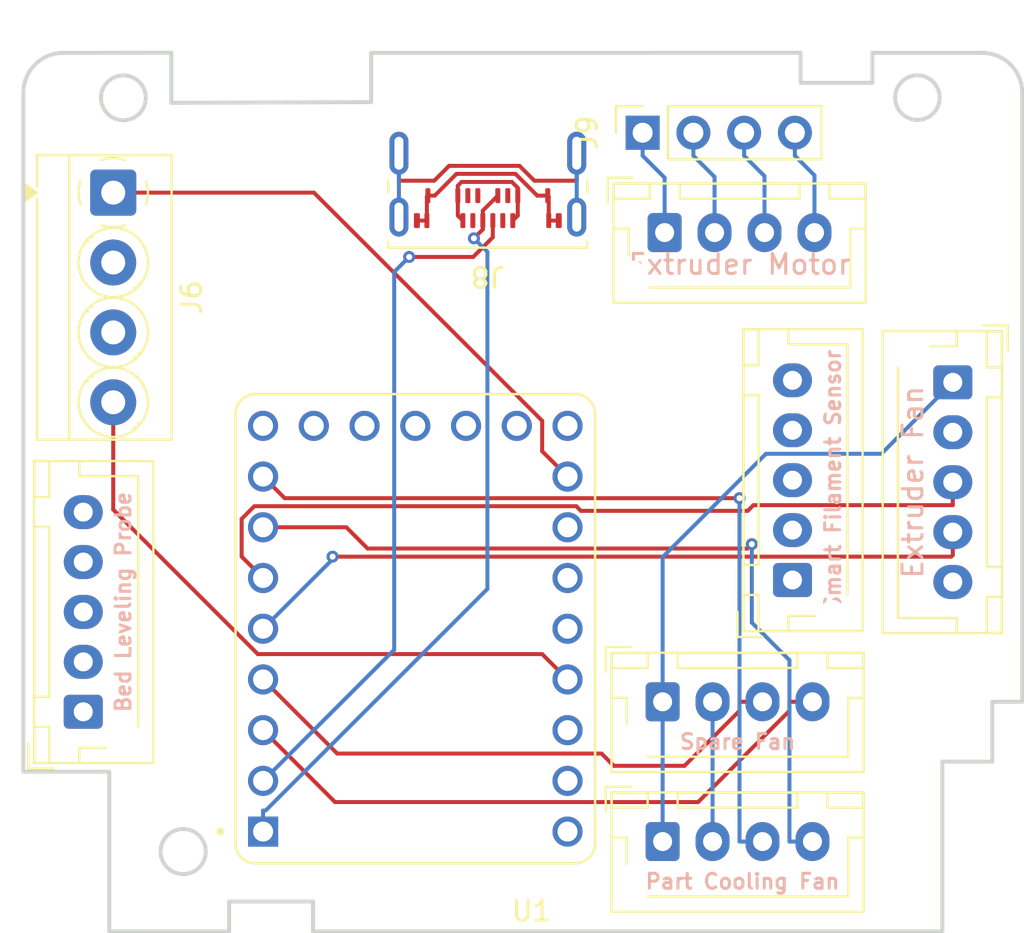
<source format=kicad_pcb>
(kicad_pcb (version 20241229) (generator "pcbnew") (generator_version "9.0")
  (layers (0 "F.Cu" signal) (2 "B.Cu" signal) (13 "F.Paste" user) (15 "B.Paste" user) (5 "F.SilkS" user "F.Silkscreen") (7 "B.SilkS" user "B.Silkscreen") (1 "F.Mask" user) (3 "B.Mask" user) (25 "Edge.Cuts" user))
  (net 0 "")
  (net 1 "/TH_IO/EXM_A1")
  (net 2 "/TH_IO/EXM_B2")
  (net 3 "/TH_IO/EXM_A2")
  (net 4 "/TH_IO/EXM_B1")
  (net 5 "/TH_IO/GND")
  (net 6 "/TH_IO/24V")
  (net 7 "/TH_IO/5V")
  (net 13 "/TH_IO/3V3")
  (net 14 "/TH_IO/HT_24V")
  (net 15 "Net-(U1-GP0)")
  (net 16 "Net-(U1-GP1)")
  (net 19 "Net-(J8-VBUS-PadA4)")
  (net 23 "Net-(J8-GND-PadA1)")
  (net 24 "unconnected-(J8-SHIELD-PadS1)")
  (net 31 "/TH_IO/SPF_TACH")
  (net 32 "/TH_IO/PCF_PWM")
  (net 33 "/TH_IO/SPF_PWM")
  (net 34 "/TH_IO/THM_SG")
  (net 35 "/TH_IO/HT_CT")
  (net 38 "/TH_IO/EXF_PWM")
  (net 39 "/TH_IO/SFS_OS")
  (net 41 "/TH_IO/EXF_TACH")
  (net 44 "/TH_IO/PCF_TACH")
  (net 50 "/TH_IO/SFS_MSS")
  (footprint "Connector_JST:JST_XH_B5B-XH-AM_1x05_P2.50mm_Vertical" (layer "F.Cu") (at 103.5 83.5 90)
    (property "Reference" "J5" (hide yes))
    (property "Value" "Bed Leveling Probe" (at 5.5 2 90) (layer "B.SilkS") (effects (font (size 0.75 0.75))))
    (fp_line (start -1.6 -2.75) (end -2.85 -2.75) (stroke (width 0.12)) (layer "F.SilkS"))
    (fp_line (start -2.85 -2.75) (end -2.85 -1.5) (stroke (width 0.12)) (layer "F.SilkS"))
    (fp_line (start 12.56 -2.46) (end -2.56 -2.46) (stroke (width 0.12)) (layer "F.SilkS"))
    (fp_line (start -2.56 -2.46) (end -2.56 3.51) (stroke (width 0.12)) (layer "F.SilkS"))
    (fp_line (start 12.55 -2.45) (end 10.75 -2.45) (stroke (width 0.12)) (layer "F.SilkS"))
    (fp_line (start 10.75 -2.45) (end 10.75 -1.7) (stroke (width 0.12)) (layer "F.SilkS"))
    (fp_line (start 9.25 -2.45) (end 0.75 -2.45) (stroke (width 0.12)) (layer "F.SilkS"))
    (fp_line (start 0.75 -2.45) (end 0.75 -1.7) (stroke (width 0.12)) (layer "F.SilkS"))
    (fp_line (start -0.75 -2.45) (end -2.55 -2.45) (stroke (width 0.12)) (layer "F.SilkS"))
    (fp_line (start -2.55 -2.45) (end -2.55 -1.7) (stroke (width 0.12)) (layer "F.SilkS"))
    (fp_line (start 12.55 -1.7) (end 12.55 -2.45) (stroke (width 0.12)) (layer "F.SilkS"))
    (fp_line (start 10.75 -1.7) (end 12.55 -1.7) (stroke (width 0.12)) (layer "F.SilkS"))
    (fp_line (start 9.25 -1.7) (end 9.25 -2.45) (stroke (width 0.12)) (layer "F.SilkS"))
    (fp_line (start 0.75 -1.7) (end 9.25 -1.7) (stroke (width 0.12)) (layer "F.SilkS"))
    (fp_line (start -0.75 -1.7) (end -0.75 -2.45) (stroke (width 0.12)) (layer "F.SilkS"))
    (fp_line (start -2.55 -1.7) (end -0.75 -1.7) (stroke (width 0.12)) (layer "F.SilkS"))
    (fp_line (start 12.55 -0.2) (end 11.8 -0.2) (stroke (width 0.12)) (layer "F.SilkS"))
    (fp_line (start 11.8 -0.2) (end 11.8 2.75) (stroke (width 0.12)) (layer "F.SilkS"))
    (fp_line (start -1.8 -0.2) (end -1.8 1.14) (stroke (width 0.12)) (layer "F.SilkS"))
    (fp_line (start -2.55 -0.2) (end -1.8 -0.2) (stroke (width 0.12)) (layer "F.SilkS"))
    (fp_line (start 11.8 2.75) (end 5 2.75) (stroke (width 0.12)) (layer "F.SilkS"))
    (fp_line (start 5 2.75) (end -0.74 2.75) (stroke (width 0.12)) (layer "F.SilkS"))
    (fp_line (start 12.56 3.51) (end 12.56 -2.46) (stroke (width 0.12)) (layer "F.SilkS"))
    (fp_line (start -2.56 3.51) (end 12.56 3.51) (stroke (width 0.12)) (layer "F.SilkS"))
    (pad "" np_thru_hole circle (at -1.6 2 90) (size 1.2 1.2) (drill 1.2) (layers "*.Cu" "*.Mask"))
    (pad "1" thru_hole roundrect (at 0 0 90) (size 1.7 1.95) (drill 0.95) (layers "*.Cu" "*.Mask") (roundrect_rratio 0.147059))
    (pad "2" thru_hole oval (at 2.5 0 90) (size 1.7 1.95) (drill 0.95) (layers "*.Cu" "*.Mask"))
    (pad "3" thru_hole oval (at 5 0 90) (size 1.7 1.95) (drill 0.95) (layers "*.Cu" "*.Mask"))
    (pad "4" thru_hole oval (at 7.5 0 90) (size 1.7 1.95) (drill 0.95) (layers "*.Cu" "*.Mask"))
    (pad "5" thru_hole oval (at 10 0 90) (size 1.7 1.95) (drill 0.95) (layers "*.Cu" "*.Mask"))
  )
  (footprint "Connector_JST:JST_XH_B4B-XH-AM_1x04_P2.50mm_Vertical" (layer "F.Cu") (at 132.6 59.5)
    (property "Reference" "J1" (hide yes))
    (property "Value" "Extruder Motor" (at 3.75 1.592537 0) (layer "B.SilkS"))
    (fp_line (start -2.85 -2.75) (end -2.85 -1.5) (stroke (width 0.12)) (layer "F.SilkS"))
    (fp_line (start -2.56 -2.46) (end -2.56 3.51) (stroke (width 0.12)) (layer "F.SilkS"))
    (fp_line (start -2.56 3.51) (end 10.06 3.51) (stroke (width 0.12)) (layer "F.SilkS"))
    (fp_line (start -2.55 -2.45) (end -2.55 -1.7) (stroke (width 0.12)) (layer "F.SilkS"))
    (fp_line (start -2.55 -1.7) (end -0.75 -1.7) (stroke (width 0.12)) (layer "F.SilkS"))
    (fp_line (start -2.55 -0.2) (end -1.8 -0.2) (stroke (width 0.12)) (layer "F.SilkS"))
    (fp_line (start -1.8 -0.2) (end -1.8 1.14) (stroke (width 0.12)) (layer "F.SilkS"))
    (fp_line (start -1.6 -2.75) (end -2.85 -2.75) (stroke (width 0.12)) (layer "F.SilkS"))
    (fp_line (start -0.75 -2.45) (end -2.55 -2.45) (stroke (width 0.12)) (layer "F.SilkS"))
    (fp_line (start -0.75 -1.7) (end -0.75 -2.45) (stroke (width 0.12)) (layer "F.SilkS"))
    (fp_line (start 0.75 -2.45) (end 0.75 -1.7) (stroke (width 0.12)) (layer "F.SilkS"))
    (fp_line (start 0.75 -1.7) (end 6.75 -1.7) (stroke (width 0.12)) (layer "F.SilkS"))
    (fp_line (start 3.75 2.75) (end -0.74 2.75) (stroke (width 0.12)) (layer "F.SilkS"))
    (fp_line (start 6.75 -2.45) (end 0.75 -2.45) (stroke (width 0.12)) (layer "F.SilkS"))
    (fp_line (start 6.75 -1.7) (end 6.75 -2.45) (stroke (width 0.12)) (layer "F.SilkS"))
    (fp_line (start 8.25 -2.45) (end 8.25 -1.7) (stroke (width 0.12)) (layer "F.SilkS"))
    (fp_line (start 8.25 -1.7) (end 10.05 -1.7) (stroke (width 0.12)) (layer "F.SilkS"))
    (fp_line (start 9.3 -0.2) (end 9.3 2.75) (stroke (width 0.12)) (layer "F.SilkS"))
    (fp_line (start 9.3 2.75) (end 3.75 2.75) (stroke (width 0.12)) (layer "F.SilkS"))
    (fp_line (start 10.05 -2.45) (end 8.25 -2.45) (stroke (width 0.12)) (layer "F.SilkS"))
    (fp_line (start 10.05 -1.7) (end 10.05 -2.45) (stroke (width 0.12)) (layer "F.SilkS"))
    (fp_line (start 10.05 -0.2) (end 9.3 -0.2) (stroke (width 0.12)) (layer "F.SilkS"))
    (fp_line (start 10.06 -2.46) (end -2.56 -2.46) (stroke (width 0.12)) (layer "F.SilkS"))
    (fp_line (start 10.06 3.51) (end 10.06 -2.46) (stroke (width 0.12)) (layer "F.SilkS"))
    (pad "" np_thru_hole circle (at -1.6 2) (size 1.2 1.2) (drill 1.2) (layers "*.Cu" "*.Mask"))
    (pad "1" thru_hole roundrect (at 0 0) (size 1.7 1.95) (drill 0.95) (layers "*.Cu" "*.Mask") (roundrect_rratio 0.147059) (net 1 "/TH_IO/EXM_A1"))
    (pad "2" thru_hole oval (at 2.5 0) (size 1.7 1.95) (drill 0.95) (layers "*.Cu" "*.Mask") (net 3 "/TH_IO/EXM_A2"))
    (pad "3" thru_hole oval (at 5 0) (size 1.7 1.95) (drill 0.95) (layers "*.Cu" "*.Mask") (net 4 "/TH_IO/EXM_B1"))
    (pad "4" thru_hole oval (at 7.5 0) (size 1.7 1.95) (drill 0.95) (layers "*.Cu" "*.Mask") (net 2 "/TH_IO/EXM_B2"))
  )
  (footprint "Connector_JST:JST_XH_B5B-XH-AM_1x05_P2.50mm_Vertical" (layer "F.Cu") (at 147.025 67 -90)
    (property "Reference" "J3" (hide yes))
    (property "Value" "Extruder Fan" (at 5 2 90) (layer "B.SilkS"))
    (fp_line (start -2.56 3.51) (end 12.56 3.51) (stroke (width 0.12)) (layer "F.SilkS"))
    (fp_line (start 12.56 3.51) (end 12.56 -2.46) (stroke (width 0.12)) (layer "F.SilkS"))
    (fp_line (start 5 2.75) (end -0.74 2.75) (stroke (width 0.12)) (layer "F.SilkS"))
    (fp_line (start 11.8 2.75) (end 5 2.75) (stroke (width 0.12)) (layer "F.SilkS"))
    (fp_line (start -2.55 -0.2) (end -1.8 -0.2) (stroke (width 0.12)) (layer "F.SilkS"))
    (fp_line (start -1.8 -0.2) (end -1.8 1.14) (stroke (width 0.12)) (layer "F.SilkS"))
    (fp_line (start 11.8 -0.2) (end 11.8 2.75) (stroke (width 0.12)) (layer "F.SilkS"))
    (fp_line (start 12.55 -0.2) (end 11.8 -0.2) (stroke (width 0.12)) (layer "F.SilkS"))
    (fp_line (start -2.55 -1.7) (end -0.75 -1.7) (stroke (width 0.12)) (layer "F.SilkS"))
    (fp_line (start -0.75 -1.7) (end -0.75 -2.45) (stroke (width 0.12)) (layer "F.SilkS"))
    (fp_line (start 0.75 -1.7) (end 9.25 -1.7) (stroke (width 0.12)) (layer "F.SilkS"))
    (fp_line (start 9.25 -1.7) (end 9.25 -2.45) (stroke (width 0.12)) (layer "F.SilkS"))
    (fp_line (start 10.75 -1.7) (end 12.55 -1.7) (stroke (width 0.12)) (layer "F.SilkS"))
    (fp_line (start 12.55 -1.7) (end 12.55 -2.45) (stroke (width 0.12)) (layer "F.SilkS"))
    (fp_line (start -2.55 -2.45) (end -2.55 -1.7) (stroke (width 0.12)) (layer "F.SilkS"))
    (fp_line (start -0.75 -2.45) (end -2.55 -2.45) (stroke (width 0.12)) (layer "F.SilkS"))
    (fp_line (start 0.75 -2.45) (end 0.75 -1.7) (stroke (width 0.12)) (layer "F.SilkS"))
    (fp_line (start 9.25 -2.45) (end 0.75 -2.45) (stroke (width 0.12)) (layer "F.SilkS"))
    (fp_line (start 10.75 -2.45) (end 10.75 -1.7) (stroke (width 0.12)) (layer "F.SilkS"))
    (fp_line (start 12.55 -2.45) (end 10.75 -2.45) (stroke (width 0.12)) (layer "F.SilkS"))
    (fp_line (start -2.56 -2.46) (end -2.56 3.51) (stroke (width 0.12)) (layer "F.SilkS"))
    (fp_line (start 12.56 -2.46) (end -2.56 -2.46) (stroke (width 0.12)) (layer "F.SilkS"))
    (fp_line (start -2.85 -2.75) (end -2.85 -1.5) (stroke (width 0.12)) (layer "F.SilkS"))
    (fp_line (start -1.6 -2.75) (end -2.85 -2.75) (stroke (width 0.12)) (layer "F.SilkS"))
    (pad "" np_thru_hole circle (at -1.6 2 270) (size 1.2 1.2) (drill 1.2) (layers "*.Cu" "*.Mask"))
    (pad "1" thru_hole roundrect (at 0 0 270) (size 1.7 1.95) (drill 0.95) (layers "*.Cu" "*.Mask") (roundrect_rratio 0.147059) (net 5 "/TH_IO/GND"))
    (pad "2" thru_hole oval (at 2.5 0 270) (size 1.7 1.95) (drill 0.95) (layers "*.Cu" "*.Mask") (net 7 "/TH_IO/5V"))
    (pad "3" thru_hole oval (at 5 0 270) (size 1.7 1.95) (drill 0.95) (layers "*.Cu" "*.Mask") (net 41 "/TH_IO/EXF_TACH"))
    (pad "4" thru_hole oval (at 7.5 0 270) (size 1.7 1.95) (drill 0.95) (layers "*.Cu" "*.Mask") (net 38 "/TH_IO/EXF_PWM"))
    (pad "5" thru_hole oval (at 10 0 270) (size 1.7 1.95) (drill 0.95) (layers "*.Cu" "*.Mask"))
  )
  (footprint "Connector_JST:JST_XH_B4B-XH-AM_1x04_P2.50mm_Vertical" (layer "F.Cu") (at 132.5 90)
    (property "Reference" "J2" (hide yes))
    (property "Value" "Part Cooling Fan" (at 4 2 0) (layer "B.SilkS") (effects (font (size 0.75 0.75))))
    (fp_line (start -2.85 -2.75) (end -2.85 -1.5) (stroke (width 0.12)) (layer "F.SilkS"))
    (fp_line (start -2.56 -2.46) (end -2.56 3.51) (stroke (width 0.12)) (layer "F.SilkS"))
    (fp_line (start -2.56 3.51) (end 10.06 3.51) (stroke (width 0.12)) (layer "F.SilkS"))
    (fp_line (start -2.55 -2.45) (end -2.55 -1.7) (stroke (width 0.12)) (layer "F.SilkS"))
    (fp_line (start -2.55 -1.7) (end -0.75 -1.7) (stroke (width 0.12)) (layer "F.SilkS"))
    (fp_line (start -2.55 -0.2) (end -1.8 -0.2) (stroke (width 0.12)) (layer "F.SilkS"))
    (fp_line (start -1.8 -0.2) (end -1.8 1.14) (stroke (width 0.12)) (layer "F.SilkS"))
    (fp_line (start -1.6 -2.75) (end -2.85 -2.75) (stroke (width 0.12)) (layer "F.SilkS"))
    (fp_line (start -0.75 -2.45) (end -2.55 -2.45) (stroke (width 0.12)) (layer "F.SilkS"))
    (fp_line (start -0.75 -1.7) (end -0.75 -2.45) (stroke (width 0.12)) (layer "F.SilkS"))
    (fp_line (start 0.75 -2.45) (end 0.75 -1.7) (stroke (width 0.12)) (layer "F.SilkS"))
    (fp_line (start 0.75 -1.7) (end 6.75 -1.7) (stroke (width 0.12)) (layer "F.SilkS"))
    (fp_line (start 3.75 2.75) (end -0.74 2.75) (stroke (width 0.12)) (layer "F.SilkS"))
    (fp_line (start 6.75 -2.45) (end 0.75 -2.45) (stroke (width 0.12)) (layer "F.SilkS"))
    (fp_line (start 6.75 -1.7) (end 6.75 -2.45) (stroke (width 0.12)) (layer "F.SilkS"))
    (fp_line (start 8.25 -2.45) (end 8.25 -1.7) (stroke (width 0.12)) (layer "F.SilkS"))
    (fp_line (start 8.25 -1.7) (end 10.05 -1.7) (stroke (width 0.12)) (layer "F.SilkS"))
    (fp_line (start 9.3 -0.2) (end 9.3 2.75) (stroke (width 0.12)) (layer "F.SilkS"))
    (fp_line (start 9.3 2.75) (end 3.75 2.75) (stroke (width 0.12)) (layer "F.SilkS"))
    (fp_line (start 10.05 -2.45) (end 8.25 -2.45) (stroke (width 0.12)) (layer "F.SilkS"))
    (fp_line (start 10.05 -1.7) (end 10.05 -2.45) (stroke (width 0.12)) (layer "F.SilkS"))
    (fp_line (start 10.05 -0.2) (end 9.3 -0.2) (stroke (width 0.12)) (layer "F.SilkS"))
    (fp_line (start 10.06 -2.46) (end -2.56 -2.46) (stroke (width 0.12)) (layer "F.SilkS"))
    (fp_line (start 10.06 3.51) (end 10.06 -2.46) (stroke (width 0.12)) (layer "F.SilkS"))
    (pad "" np_thru_hole circle (at -1.6 2) (size 1.2 1.2) (drill 1.2) (layers "*.Cu" "*.Mask"))
    (pad "1" thru_hole roundrect (at 0 0) (size 1.7 1.95) (drill 0.95) (layers "*.Cu" "*.Mask") (roundrect_rratio 0.147059) (net 5 "/TH_IO/GND"))
    (pad "2" thru_hole oval (at 2.5 0) (size 1.7 1.95) (drill 0.95) (layers "*.Cu" "*.Mask") (net 6 "/TH_IO/24V"))
    (pad "3" thru_hole oval (at 5 0) (size 1.7 1.95) (drill 0.95) (layers "*.Cu" "*.Mask") (net 44 "/TH_IO/PCF_TACH"))
    (pad "4" thru_hole oval (at 7.5 0) (size 1.7 1.95) (drill 0.95) (layers "*.Cu" "*.Mask") (net 32 "/TH_IO/PCF_PWM"))
  )
  (footprint "TerminalBlock_MetzConnect:TerminalBlock_MetzConnect_Type059_RT06304HBWC_1x04_P3.50mm_Horizontal" (layer "F.Cu") (at 105 57.5 -90)
    (property "Reference" "J6" (at 5.25 -3.92 90) (layer "F.SilkS"))
    (property "Value" "Hotend and Thermister")
    (fp_line (start -1.87 3.82) (end -0.3 3.82) (stroke (width 0.12)) (layer "F.SilkS"))
    (fp_line (start 0.3 3.82) (end 12.37 3.82) (stroke (width 0.12)) (layer "F.SilkS"))
    (fp_line (start -1.87 2.2) (end 12.37 2.2) (stroke (width 0.12)) (layer "F.SilkS"))
    (fp_line (start 2.458 1.253) (end 2.396 1.316) (stroke (width 0.12)) (layer "F.SilkS"))
    (fp_line (start 5.958 1.253) (end 5.896 1.316) (stroke (width 0.12)) (layer "F.SilkS"))
    (fp_line (start 9.458 1.253) (end 9.396 1.316) (stroke (width 0.12)) (layer "F.SilkS"))
    (fp_line (start 2.246 1.042) (end 2.184 1.104) (stroke (width 0.12)) (layer "F.SilkS"))
    (fp_line (start 5.746 1.042) (end 5.684 1.104) (stroke (width 0.12)) (layer "F.SilkS"))
    (fp_line (start 9.246 1.042) (end 9.184 1.104) (stroke (width 0.12)) (layer "F.SilkS"))
    (fp_line (start 4.816 -1.104) (end 4.754 -1.042) (stroke (width 0.12)) (layer "F.SilkS"))
    (fp_line (start 8.316 -1.104) (end 8.254 -1.042) (stroke (width 0.12)) (layer "F.SilkS"))
    (fp_line (start 11.816 -1.104) (end 11.754 -1.042) (stroke (width 0.12)) (layer "F.SilkS"))
    (fp_line (start 4.604 -1.316) (end 4.542 -1.253) (stroke (width 0.12)) (layer "F.SilkS"))
    (fp_line (start 8.104 -1.316) (end 8.042 -1.253) (stroke (width 0.12)) (layer "F.SilkS"))
    (fp_line (start 11.604 -1.316) (end 11.542 -1.253) (stroke (width 0.12)) (layer "F.SilkS"))
    (fp_line (start -1.87 -2.92) (end -1.87 3.82) (stroke (width 0.12)) (layer "F.SilkS"))
    (fp_line (start -1.87 -2.92) (end 12.37 -2.92) (stroke (width 0.12)) (layer "F.SilkS"))
    (fp_line (start 12.37 -2.92) (end 12.37 3.82) (stroke (width 0.12)) (layer "F.SilkS"))
    (fp_arc (start 0.594 1.63) (mid -0.000387 1.734859) (end -0.594726 1.629735) (stroke (width 0.12)) (layer "F.SilkS"))
    (fp_arc (start -1.63 0.594) (mid -1.734859 -0.000387) (end -1.629735 -0.594726) (stroke (width 0.12)) (layer "F.SilkS"))
    (fp_arc (start 1.63 -0.594) (mid 1.734859 0.000387) (end 1.629735 0.594726) (stroke (width 0.12)) (layer "F.SilkS"))
    (fp_arc (start -0.594 -1.63) (mid 0.000387 -1.734859) (end 0.594726 -1.629735) (stroke (width 0.12)) (layer "F.SilkS"))
    (fp_circle (center 3.5 0) (end 5.235 0) (stroke (width 0.12)) (fill no) (layer "F.SilkS"))
    (fp_circle (center 7 0) (end 8.735 0) (stroke (width 0.12)) (fill no) (layer "F.SilkS"))
    (fp_circle (center 10.5 0) (end 12.235 0) (stroke (width 0.12)) (fill no) (layer "F.SilkS"))
    (fp_poly (pts (xy 0 3.82) (xy 0.44 4.43) (xy -0.44 4.43) (xy 0 3.82)) (stroke (width 0.12)) (fill yes) (layer "F.SilkS"))
    (pad "1" thru_hole roundrect (at 0 0 270) (size 2.3 2.3) (drill 1.2) (layers "*.Cu" "*.Mask") (roundrect_rratio 0.108696) (net 35 "/TH_IO/HT_CT"))
    (pad "2" thru_hole circle (at 3.5 0 270) (size 2.3 2.3) (drill 1.2) (layers "*.Cu" "*.Mask") (net 14 "/TH_IO/HT_24V"))
    (pad "3" thru_hole circle (at 7 0 270) (size 2.3 2.3) (drill 1.2) (layers "*.Cu" "*.Mask") (net 13 "/TH_IO/3V3"))
    (pad "4" thru_hole circle (at 10.5 0 270) (size 2.3 2.3) (drill 1.2) (layers "*.Cu" "*.Mask") (net 34 "/TH_IO/THM_SG"))
  )
  (footprint "libraries:MODULE_RP2040-ZERO" (layer "F.Cu") (at 120.12 79.34 180)
    (property "Reference" "U1" (at -5.825 -14.135 0) (layer "F.SilkS"))
    (property "Value" "RP2040-ZERO")
    (fp_line (start 9 10.75) (end 9 -10.75) (stroke (width 0.127)) (layer "F.SilkS"))
    (fp_line (start 8 -11.75) (end -8 -11.75) (stroke (width 0.127)) (layer "F.SilkS"))
    (fp_line (start -8 11.75) (end 8 11.75) (stroke (width 0.127)) (layer "F.SilkS"))
    (fp_line (start -9 -10.75) (end -9 10.75) (stroke (width 0.127)) (layer "F.SilkS"))
    (fp_arc (start 9 10.75) (mid 8.707107 11.457107) (end 8 11.75) (stroke (width 0.127)) (layer "F.SilkS"))
    (fp_arc (start 8 -11.75) (mid 8.707107 -11.457107) (end 9 -10.75) (stroke (width 0.127)) (layer "F.SilkS"))
    (fp_arc (start -8 11.75) (mid -8.707107 11.457107) (end -9 10.75) (stroke (width 0.127)) (layer "F.SilkS"))
    (fp_arc (start -9 -10.75) (mid -8.707107 -11.457107) (end -8 -11.75) (stroke (width 0.127)) (layer "F.SilkS"))
    (fp_circle (center 9.75 -10.16) (end 9.85 -10.16) (stroke (width 0.2)) (fill no) (layer "F.SilkS"))
    (pad "1" thru_hole rect (at 7.62 -10.16 180) (size 1.508 1.508) (drill 1) (layers "*.Cu" "*.Mask") (net 15 "Net-(U1-GP0)"))
    (pad "2" thru_hole circle (at 7.62 -7.62 180) (size 1.508 1.508) (drill 1) (layers "*.Cu" "*.Mask") (net 16 "Net-(U1-GP1)"))
    (pad "3" thru_hole circle (at 7.62 -5.08 180) (size 1.508 1.508) (drill 1) (layers "*.Cu" "*.Mask") (net 33 "/TH_IO/SPF_PWM"))
    (pad "4" thru_hole circle (at 7.62 -2.54 180) (size 1.508 1.508) (drill 1) (layers "*.Cu" "*.Mask") (net 31 "/TH_IO/SPF_TACH"))
    (pad "5" thru_hole circle (at 7.62 0 180) (size 1.508 1.508) (drill 1) (layers "*.Cu" "*.Mask") (net 38 "/TH_IO/EXF_PWM"))
    (pad "6" thru_hole circle (at 7.62 2.54 180) (size 1.508 1.508) (drill 1) (layers "*.Cu" "*.Mask") (net 41 "/TH_IO/EXF_TACH"))
    (pad "7" thru_hole circle (at 7.62 5.08 180) (size 1.508 1.508) (drill 1) (layers "*.Cu" "*.Mask") (net 32 "/TH_IO/PCF_PWM"))
    (pad "8" thru_hole circle (at 7.62 7.62 180) (size 1.508 1.508) (drill 1) (layers "*.Cu" "*.Mask") (net 44 "/TH_IO/PCF_TACH"))
    (pad "9" thru_hole circle (at 7.62 10.16 180) (size 1.508 1.508) (drill 1) (layers "*.Cu" "*.Mask") (net 39 "/TH_IO/SFS_OS"))
    (pad "10" thru_hole circle (at 5.08 10.16 180) (size 1.508 1.508) (drill 1) (layers "*.Cu" "*.Mask") (net 50 "/TH_IO/SFS_MSS"))
    (pad "11" thru_hole circle (at 2.54 10.16 180) (size 1.508 1.508) (drill 1) (layers "*.Cu" "*.Mask"))
    (pad "12" thru_hole circle (at 0 10.16 180) (size 1.508 1.508) (drill 1) (layers "*.Cu" "*.Mask"))
    (pad "13" thru_hole circle (at -2.54 10.16 180) (size 1.508 1.508) (drill 1) (layers "*.Cu" "*.Mask"))
    (pad "14" thru_hole circle (at -5.08 10.16 180) (size 1.508 1.508) (drill 1) (layers "*.Cu" "*.Mask"))
    (pad "15" thru_hole circle (at -7.62 10.16 180) (size 1.508 1.508) (drill 1) (layers "*.Cu" "*.Mask"))
    (pad "16" thru_hole circle (at -7.62 7.62 180) (size 1.508 1.508) (drill 1) (layers "*.Cu" "*.Mask") (net 35 "/TH_IO/HT_CT"))
    (pad "17" thru_hole circle (at -7.62 5.08 180) (size 1.508 1.508) (drill 1) (layers "*.Cu" "*.Mask"))
    (pad "18" thru_hole circle (at -7.62 2.54 180) (size 1.508 1.508) (drill 1) (layers "*.Cu" "*.Mask"))
    (pad "19" thru_hole circle (at -7.62 0 180) (size 1.508 1.508) (drill 1) (layers "*.Cu" "*.Mask"))
    (pad "20" thru_hole circle (at -7.62 -2.54 180) (size 1.508 1.508) (drill 1) (layers "*.Cu" "*.Mask") (net 34 "/TH_IO/THM_SG"))
    (pad "21" thru_hole circle (at -7.62 -5.08 180) (size 1.508 1.508) (drill 1) (layers "*.Cu" "*.Mask"))
    (pad "22" thru_hole circle (at -7.62 -7.62 180) (size 1.508 1.508) (drill 1) (layers "*.Cu" "*.Mask"))
    (pad "23" thru_hole circle (at -7.62 -10.16 180) (size 1.508 1.508) (drill 1) (layers "*.Cu" "*.Mask"))
  )
  (footprint "Connector_USB:USB_C_Receptacle_Amphenol_124019772112A" (layer "F.Cu") (at 123.75 55.7 180)
    (property "Reference" "J8" (at 0 -6 180) (layer "F.SilkS"))
    (property "Value" "USB_C_Receptacle")
    (fp_line (start 4.98 -1.16) (end 4.98 -1.79) (stroke (width 0.12)) (layer "F.SilkS"))
    (fp_line (start 4.98 -4.26) (end 4.98 -4.555) (stroke (width 0.12)) (layer "F.SilkS"))
    (fp_line (start 4.98 -4.555) (end -4.98 -4.555) (stroke (width 0.12)) (layer "F.SilkS"))
    (fp_line (start -4.98 -1.16) (end -4.98 -1.79) (stroke (width 0.12)) (layer "F.SilkS"))
    (fp_line (start -4.98 -4.555) (end -4.98 -4.26) (stroke (width 0.12)) (layer "F.SilkS"))
    (pad "A1" smd roundrect (at -3.55 -3.2 180) (size 0.3 0.75) (layers "F.Cu" "F.Mask" "F.Paste") (net 23 "Net-(J8-GND-PadA1)"))
    (pad "A1" smd roundrect (at -3.05 -3.2 180) (size 0.25 0.75) (layers "F.Cu" "F.Mask" "F.Paste") (net 23 "Net-(J8-GND-PadA1)"))
    (pad "A1" smd roundrect (at 3.55 -3.2 180) (size 0.3 0.75) (layers "F.Cu" "F.Mask" "F.Paste") (net 23 "Net-(J8-GND-PadA1)"))
    (pad "A4" smd roundrect (at -1.25 -3.2 180) (size 0.25 0.75) (layers "F.Cu" "F.Mask" "F.Paste") (net 19 "Net-(J8-VBUS-PadA4)"))
    (pad "A5" smd roundrect (at -0.75 -3.2 180) (size 0.25 0.75) (layers "F.Cu" "F.Mask" "F.Paste"))
    (pad "A6" smd roundrect (at -0.25 -3.2 180) (size 0.25 0.75) (layers "F.Cu" "F.Mask" "F.Paste") (net 16 "Net-(U1-GP1)"))
    (pad "A7" smd roundrect (at 0.25 -3.2 180) (size 0.25 0.75) (layers "F.Cu" "F.Mask" "F.Paste") (net 15 "Net-(U1-GP0)"))
    (pad "A8" smd roundrect (at 0.75 -3.2 180) (size 0.25 0.75) (layers "F.Cu" "F.Mask" "F.Paste"))
    (pad "A9" smd roundrect (at 1.25 -3.2 180) (size 0.25 0.75) (layers "F.Cu" "F.Mask" "F.Paste") (net 19 "Net-(J8-VBUS-PadA4)"))
    (pad "A12" smd roundrect (at 3.05 -3.2 180) (size 0.25 0.75) (layers "F.Cu" "F.Mask" "F.Paste") (net 23 "Net-(J8-GND-PadA1)"))
    (pad "B1" smd roundrect (at 3 -1.95 180) (size 0.25 0.75) (layers "F.Cu" "F.Mask" "F.Paste") (net 23 "Net-(J8-GND-PadA1)"))
    (pad "B4" smd roundrect (at 1.5 -1.95 180) (size 0.25 0.75) (layers "F.Cu" "F.Mask" "F.Paste") (net 19 "Net-(J8-VBUS-PadA4)"))
    (pad "B5" smd roundrect (at 1 -1.95 180) (size 0.25 0.75) (layers "F.Cu" "F.Mask" "F.Paste"))
    (pad "B6" smd roundrect (at 0.5 -1.95 180) (size 0.25 0.75) (layers "F.Cu" "F.Mask" "F.Paste") (net 16 "Net-(U1-GP1)"))
    (pad "B7" smd roundrect (at -0.5 -1.95 180) (size 0.25 0.75) (layers "F.Cu" "F.Mask" "F.Paste") (net 15 "Net-(U1-GP0)"))
    (pad "B8" smd roundrect (at -1 -1.95 180) (size 0.25 0.75) (layers "F.Cu" "F.Mask" "F.Paste"))
    (pad "B9" smd roundrect (at -1.5 -1.95 180) (size 0.25 0.75) (layers "F.Cu" "F.Mask" "F.Paste") (net 19 "Net-(J8-VBUS-PadA4)"))
    (pad "B12" smd roundrect (at -3 -1.95 180) (size 0.25 0.75) (layers "F.Cu" "F.Mask" "F.Paste") (net 23 "Net-(J8-GND-PadA1)"))
    (pad "S1" thru_hole oval (at -4.45 -3.025 180) (size 0.95 1.95) (drill oval 0.45 1.45) (property pad_prop_heatsink) (layers "*.Cu" "*.Mask") (net 24 "unconnected-(J8-SHIELD-PadS1)"))
    (pad "S1" thru_hole oval (at -4.45 0.175 180) (size 0.95 2.15) (drill oval 0.45 1.65) (property pad_prop_heatsink) (layers "*.Cu" "*.Mask") (net 24 "unconnected-(J8-SHIELD-PadS1)"))
    (pad "S1" thru_hole oval (at 4.45 -3.025 180) (size 0.95 1.95) (drill oval 0.45 1.45) (property pad_prop_heatsink) (layers "*.Cu" "*.Mask") (net 24 "unconnected-(J8-SHIELD-PadS1)"))
    (pad "S1" thru_hole oval (at 4.45 0.175 180) (size 0.95 2.15) (drill oval 0.45 1.65) (property pad_prop_heatsink) (layers "*.Cu" "*.Mask") (net 24 "unconnected-(J8-SHIELD-PadS1)"))
  )
  (footprint "Connector_JST:JST_XH_B4B-XH-AM_1x04_P2.50mm_Vertical" (layer "F.Cu") (at 132.5 83)
    (property "Reference" "J4" (hide yes))
    (property "Value" "Spare Fan" (at 3.75 2 0) (layer "B.SilkS") (effects (font (size 0.75 0.75))))
    (fp_line (start -2.85 -2.75) (end -2.85 -1.5) (stroke (width 0.12)) (layer "F.SilkS"))
    (fp_line (start -2.56 -2.46) (end -2.56 3.51) (stroke (width 0.12)) (layer "F.SilkS"))
    (fp_line (start -2.56 3.51) (end 10.06 3.51) (stroke (width 0.12)) (layer "F.SilkS"))
    (fp_line (start -2.55 -2.45) (end -2.55 -1.7) (stroke (width 0.12)) (layer "F.SilkS"))
    (fp_line (start -2.55 -1.7) (end -0.75 -1.7) (stroke (width 0.12)) (layer "F.SilkS"))
    (fp_line (start -2.55 -0.2) (end -1.8 -0.2) (stroke (width 0.12)) (layer "F.SilkS"))
    (fp_line (start -1.8 -0.2) (end -1.8 1.14) (stroke (width 0.12)) (layer "F.SilkS"))
    (fp_line (start -1.6 -2.75) (end -2.85 -2.75) (stroke (width 0.12)) (layer "F.SilkS"))
    (fp_line (start -0.75 -2.45) (end -2.55 -2.45) (stroke (width 0.12)) (layer "F.SilkS"))
    (fp_line (start -0.75 -1.7) (end -0.75 -2.45) (stroke (width 0.12)) (layer "F.SilkS"))
    (fp_line (start 0.75 -2.45) (end 0.75 -1.7) (stroke (width 0.12)) (layer "F.SilkS"))
    (fp_line (start 0.75 -1.7) (end 6.75 -1.7) (stroke (width 0.12)) (layer "F.SilkS"))
    (fp_line (start 3.75 2.75) (end -0.74 2.75) (stroke (width 0.12)) (layer "F.SilkS"))
    (fp_line (start 6.75 -2.45) (end 0.75 -2.45) (stroke (width 0.12)) (layer "F.SilkS"))
    (fp_line (start 6.75 -1.7) (end 6.75 -2.45) (stroke (width 0.12)) (layer "F.SilkS"))
    (fp_line (start 8.25 -2.45) (end 8.25 -1.7) (stroke (width 0.12)) (layer "F.SilkS"))
    (fp_line (start 8.25 -1.7) (end 10.05 -1.7) (stroke (width 0.12)) (layer "F.SilkS"))
    (fp_line (start 9.3 -0.2) (end 9.3 2.75) (stroke (width 0.12)) (layer "F.SilkS"))
    (fp_line (start 9.3 2.75) (end 3.75 2.75) (stroke (width 0.12)) (layer "F.SilkS"))
    (fp_line (start 10.05 -2.45) (end 8.25 -2.45) (stroke (width 0.12)) (layer "F.SilkS"))
    (fp_line (start 10.05 -1.7) (end 10.05 -2.45) (stroke (width 0.12)) (layer "F.SilkS"))
    (fp_line (start 10.05 -0.2) (end 9.3 -0.2) (stroke (width 0.12)) (layer "F.SilkS"))
    (fp_line (start 10.06 -2.46) (end -2.56 -2.46) (stroke (width 0.12)) (layer "F.SilkS"))
    (fp_line (start 10.06 3.51) (end 10.06 -2.46) (stroke (width 0.12)) (layer "F.SilkS"))
    (pad "" np_thru_hole circle (at -1.6 2) (size 1.2 1.2) (drill 1.2) (layers "*.Cu" "*.Mask"))
    (pad "1" thru_hole roundrect (at 0 0) (size 1.7 1.95) (drill 0.95) (layers "*.Cu" "*.Mask") (roundrect_rratio 0.147059) (net 5 "/TH_IO/GND"))
    (pad "2" thru_hole oval (at 2.5 0) (size 1.7 1.95) (drill 0.95) (layers "*.Cu" "*.Mask") (net 6 "/TH_IO/24V"))
    (pad "3" thru_hole oval (at 5 0) (size 1.7 1.95) (drill 0.95) (layers "*.Cu" "*.Mask") (net 31 "/TH_IO/SPF_TACH"))
    (pad "4" thru_hole oval (at 7.5 0) (size 1.7 1.95) (drill 0.95) (layers "*.Cu" "*.Mask") (net 33 "/TH_IO/SPF_PWM"))
  )
  (footprint "Connector_PinSocket_2.54mm:PinSocket_1x04_P2.54mm_Vertical" (layer "F.Cu") (at 131.5 54.5 90)
    (property "Reference" "J9" (at 0 -2.77 90) (layer "F.SilkS"))
    (property "Value" "E_Motor")
    (fp_line (start 1.33 -1.33) (end 1.33 0) (stroke (width 0.12)) (layer "F.SilkS"))
    (fp_line (start 0 -1.33) (end 1.33 -1.33) (stroke (width 0.12)) (layer "F.SilkS"))
    (fp_line (start 1.33 1.27) (end 1.33 8.95) (stroke (width 0.12)) (layer "F.SilkS"))
    (fp_line (start -1.33 1.27) (end 1.33 1.27) (stroke (width 0.12)) (layer "F.SilkS"))
    (fp_line (start -1.33 1.27) (end -1.33 8.95) (stroke (width 0.12)) (layer "F.SilkS"))
    (fp_line (start -1.33 8.95) (end 1.33 8.95) (stroke (width 0.12)) (layer "F.SilkS"))
    (pad "1" thru_hole rect (at 0 0 90) (size 1.7 1.7) (drill 1) (layers "*.Cu" "*.Mask") (net 1 "/TH_IO/EXM_A1"))
    (pad "2" thru_hole oval (at 0 2.54 90) (size 1.7 1.7) (drill 1) (layers "*.Cu" "*.Mask") (net 3 "/TH_IO/EXM_A2"))
    (pad "3" thru_hole oval (at 0 5.08 90) (size 1.7 1.7) (drill 1) (layers "*.Cu" "*.Mask") (net 4 "/TH_IO/EXM_B1"))
    (pad "4" thru_hole oval (at 0 7.62 90) (size 1.7 1.7) (drill 1) (layers "*.Cu" "*.Mask") (net 2 "/TH_IO/EXM_B2"))
  )
  (footprint "Connector_JST:JST_XH_B5B-XH-AM_1x05_P2.50mm_Vertical" (layer "F.Cu") (at 139 76.9 90)
    (property "Reference" "J7" (hide yes))
    (property "Value" "Smart Filament Sensor" (at 5 2.025 90) (layer "B.SilkS") (effects (font (size 0.75 0.75))))
    (fp_line (start -1.6 -2.75) (end -2.85 -2.75) (stroke (width 0.12)) (layer "F.SilkS"))
    (fp_line (start -2.85 -2.75) (end -2.85 -1.5) (stroke (width 0.12)) (layer "F.SilkS"))
    (fp_line (start 12.56 -2.46) (end -2.56 -2.46) (stroke (width 0.12)) (layer "F.SilkS"))
    (fp_line (start -2.56 -2.46) (end -2.56 3.51) (stroke (width 0.12)) (layer "F.SilkS"))
    (fp_line (start 12.55 -2.45) (end 10.75 -2.45) (stroke (width 0.12)) (layer "F.SilkS"))
    (fp_line (start 10.75 -2.45) (end 10.75 -1.7) (stroke (width 0.12)) (layer "F.SilkS"))
    (fp_line (start 9.25 -2.45) (end 0.75 -2.45) (stroke (width 0.12)) (layer "F.SilkS"))
    (fp_line (start 0.75 -2.45) (end 0.75 -1.7) (stroke (width 0.12)) (layer "F.SilkS"))
    (fp_line (start -0.75 -2.45) (end -2.55 -2.45) (stroke (width 0.12)) (layer "F.SilkS"))
    (fp_line (start -2.55 -2.45) (end -2.55 -1.7) (stroke (width 0.12)) (layer "F.SilkS"))
    (fp_line (start 12.55 -1.7) (end 12.55 -2.45) (stroke (width 0.12)) (layer "F.SilkS"))
    (fp_line (start 10.75 -1.7) (end 12.55 -1.7) (stroke (width 0.12)) (layer "F.SilkS"))
    (fp_line (start 9.25 -1.7) (end 9.25 -2.45) (stroke (width 0.12)) (layer "F.SilkS"))
    (fp_line (start 0.75 -1.7) (end 9.25 -1.7) (stroke (width 0.12)) (layer "F.SilkS"))
    (fp_line (start -0.75 -1.7) (end -0.75 -2.45) (stroke (width 0.12)) (layer "F.SilkS"))
    (fp_line (start -2.55 -1.7) (end -0.75 -1.7) (stroke (width 0.12)) (layer "F.SilkS"))
    (fp_line (start 12.55 -0.2) (end 11.8 -0.2) (stroke (width 0.12)) (layer "F.SilkS"))
    (fp_line (start 11.8 -0.2) (end 11.8 2.75) (stroke (width 0.12)) (layer "F.SilkS"))
    (fp_line (start -1.8 -0.2) (end -1.8 1.14) (stroke (width 0.12)) (layer "F.SilkS"))
    (fp_line (start -2.55 -0.2) (end -1.8 -0.2) (stroke (width 0.12)) (layer "F.SilkS"))
    (fp_line (start 11.8 2.75) (end 5 2.75) (stroke (width 0.12)) (layer "F.SilkS"))
    (fp_line (start 5 2.75) (end -0.74 2.75) (stroke (width 0.12)) (layer "F.SilkS"))
    (fp_line (start 12.56 3.51) (end 12.56 -2.46) (stroke (width 0.12)) (layer "F.SilkS"))
    (fp_line (start -2.56 3.51) (end 12.56 3.51) (stroke (width 0.12)) (layer "F.SilkS"))
    (pad "" np_thru_hole circle (at -1.6 2 90) (size 1.2 1.2) (drill 1.2) (layers "*.Cu" "*.Mask"))
    (pad "1" thru_hole roundrect (at 0 0 90) (size 1.7 1.95) (drill 0.95) (layers "*.Cu" "*.Mask") (roundrect_rratio 0.147059))
    (pad "2" thru_hole oval (at 2.5 0 90) (size 1.7 1.95) (drill 0.95) (layers "*.Cu" "*.Mask"))
    (pad "3" thru_hole oval (at 5 0 90) (size 1.7 1.95) (drill 0.95) (layers "*.Cu" "*.Mask"))
    (pad "4" thru_hole oval (at 7.5 0 90) (size 1.7 1.95) (drill 0.95) (layers "*.Cu" "*.Mask"))
    (pad "5" thru_hole oval (at 10 0 90) (size 1.7 1.95) (drill 0.95) (layers "*.Cu" "*.Mask"))
  )
  (gr_line (start 107.905245 50.491614) (end 107.905245 53) (stroke (width 0.2)) (layer "Edge.Cuts"))
  (gr_arc (start 148.5 50.5) (mid 149.914214 51.085786) (end 150.5 52.5) (stroke (width 0.2)) (layer "Edge.Cuts"))
  (gr_circle (center 145.253529 52.740546) (end 144.138266 52.775535) (stroke (width 0.2)) (fill no) (layer "Edge.Cuts"))
  (gr_line (start 146.5 86) (end 146.5 94.5) (stroke (width 0.2)) (layer "Edge.Cuts"))
  (gr_line (start 110.799951 93) (end 110.799951 94.5) (stroke (width 0.2)) (layer "Edge.Cuts"))
  (gr_line (start 139.408154 50.495626) (end 139.408154 52) (stroke (width 0.2)) (layer "Edge.Cuts"))
  (gr_line (start 149 86) (end 146.5 86) (stroke (width 0.2)) (layer "Edge.Cuts"))
  (gr_line (start 139.408154 52) (end 143 52) (stroke (width 0.2)) (layer "Edge.Cuts"))
  (gr_line (start 115 94.5) (end 115 93) (stroke (width 0.2)) (layer "Edge.Cuts"))
  (gr_circle (center 108.5 90.5) (end 107.370204 90.474714) (stroke (width 0.2)) (fill no) (layer "Edge.Cuts"))
  (gr_line (start 117.908154 50.5) (end 139.408154 50.495626) (stroke (width 0.2)) (layer "Edge.Cuts"))
  (gr_line (start 149 83) (end 149 86) (stroke (width 0.2)) (layer "Edge.Cuts"))
  (gr_line (start 110.799951 94.5) (end 104.799571 94.497408) (stroke (width 0.2)) (layer "Edge.Cuts"))
  (gr_line (start 117.908154 52.964374) (end 117.908154 50.5) (stroke (width 0.2)) (layer "Edge.Cuts"))
  (gr_line (start 115 93) (end 110.799951 93) (stroke (width 0.2)) (layer "Edge.Cuts"))
  (gr_line (start 143 50.5) (end 148.5 50.5) (stroke (width 0.2)) (layer "Edge.Cuts"))
  (gr_line (start 146.5 94.5) (end 115 94.5) (stroke (width 0.2)) (layer "Edge.Cuts"))
  (gr_arc (start 100.5 52.5) (mid 101.085786 51.085786) (end 102.5 50.5) (stroke (width 0.2)) (layer "Edge.Cuts"))
  (gr_circle (center 105.508747 52.750705) (end 104.38911 52.842551) (stroke (width 0.2)) (fill no) (layer "Edge.Cuts"))
  (gr_line (start 100.5 86.5) (end 100.5 52.5) (stroke (width 0.2)) (layer "Edge.Cuts"))
  (gr_line (start 143 52) (end 143 50.5) (stroke (width 0.2)) (layer "Edge.Cuts"))
  (gr_line (start 150.5 52.5) (end 150.5 83) (stroke (width 0.2)) (layer "Edge.Cuts"))
  (gr_line (start 104.799571 94.497408) (end 104.799571 86.5) (stroke (width 0.2)) (layer "Edge.Cuts"))
  (gr_line (start 104.799571 86.5) (end 100.5 86.5) (stroke (width 0.2)) (layer "Edge.Cuts"))
  (gr_line (start 107.905245 53) (end 117.908154 52.964374) (stroke (width 0.2)) (layer "Edge.Cuts"))
  (gr_line (start 102.5 50.5) (end 107.905245 50.491614) (stroke (width 0.2)) (layer "Edge.Cuts"))
  (gr_line (start 150.5 83) (end 149 83) (stroke (width 0.2)) (layer "Edge.Cuts"))
  (segment (start 132.6 56.7517) (end 132.6 59.5) (width 0.2) (layer "B.Cu") (net 1))
  (segment (start 131.5 54.5) (end 131.5 55.6517) (width 0.2) (layer "B.Cu") (net 1))
  (segment (start 131.5 55.6517) (end 132.6 56.7517) (width 0.2) (layer "B.Cu") (net 1))
  (segment (start 140.1 56.6317) (end 140.1 59.5) (width 0.2) (layer "B.Cu") (net 2))
  (segment (start 139.12 54.5) (end 139.12 55.6517) (width 0.2) (layer "B.Cu") (net 2))
  (segment (start 139.12 55.6517) (end 140.1 56.6317) (width 0.2) (layer "B.Cu") (net 2))
  (segment (start 134.04 54.5) (end 134.04 55.6517) (width 0.2) (layer "B.Cu") (net 3))
  (segment (start 135.1 56.7117) (end 135.1 59.5) (width 0.2) (layer "B.Cu") (net 3))
  (segment (start 134.04 55.6517) (end 135.1 56.7117) (width 0.2) (layer "B.Cu") (net 3))
  (segment (start 137.6 56.6717) (end 137.6 59.5) (width 0.2) (layer "B.Cu") (net 4))
  (segment (start 136.58 55.6517) (end 137.6 56.6717) (width 0.2) (layer "B.Cu") (net 4))
  (segment (start 136.58 54.5) (end 136.58 55.6517) (width 0.2) (layer "B.Cu") (net 4))
  (segment (start 137.674 70.5774) (end 132.5 75.7513) (width 0.2) (layer "B.Cu") (net 5))
  (segment (start 147.025 67) (end 143.448 70.5774) (width 0.2) (layer "B.Cu") (net 5))
  (segment (start 132.5 75.7513) (end 132.5 83) (width 0.2) (layer "B.Cu") (net 5))
  (segment (start 143.448 70.5774) (end 137.674 70.5774) (width 0.2) (layer "B.Cu") (net 5))
  (segment (start 132.5 83) (end 132.5 90) (width 0.2) (layer "B.Cu") (net 5))
  (segment (start 135 83) (end 135 90) (width 0.2) (layer "B.Cu") (net 6))
  (segment (start 123.5 59.3415) (end 123.054 59.7879) (width 0.2) (layer "F.Cu") (net 15))
  (segment (start 123.5 58.4) (end 123.5 58.9) (width 0.2) (layer "F.Cu") (net 15))
  (segment (start 123.5 58.9) (end 123.5 59.3415) (width 0.2) (layer "F.Cu") (net 15))
  (segment (start 124.25 57.65) (end 123.5 58.4) (width 0.2) (layer "F.Cu") (net 15))
  (via (at 123.054 59.7879) (size 0.6) (drill 0.3) (layers "F.Cu" "B.Cu") (net 15))
  (segment (start 123.729 77.3477) (end 123.729 60.4629) (width 0.2) (layer "B.Cu") (net 15))
  (segment (start 112.632 88.4443) (end 123.729 77.3477) (width 0.2) (layer "B.Cu") (net 15))
  (segment (start 112.5 89.5) (end 112.5 88.4443) (width 0.2) (layer "B.Cu") (net 15))
  (segment (start 123.729 60.4629) (end 123.054 59.7879) (width 0.2) (layer "B.Cu") (net 15))
  (segment (start 112.5 88.4443) (end 112.632 88.4443) (width 0.2) (layer "B.Cu") (net 15))
  (segment (start 124 58.9) (end 124 59.736) (width 0.2) (layer "F.Cu") (net 16))
  (segment (start 124 59.736) (end 123.015 60.7213) (width 0.2) (layer "F.Cu") (net 16))
  (segment (start 123.015 60.7213) (end 119.813 60.7213) (width 0.2) (layer "F.Cu") (net 16))
  (via (at 119.813 60.7213) (size 0.6) (drill 0.3) (layers "F.Cu" "B.Cu") (net 16))
  (segment (start 119.063 61.471) (end 119.063 80.3966) (width 0.2) (layer "B.Cu") (net 16))
  (segment (start 119.813 60.7213) (end 119.063 61.471) (width 0.2) (layer "B.Cu") (net 16))
  (segment (start 119.063 80.3966) (end 112.5 86.96) (width 0.2) (layer "B.Cu") (net 16))
  (segment (start 122.436 56.9637) (end 124.954 56.9637) (width 0.2) (layer "F.Cu") (net 19))
  (segment (start 125.25 57.65) (end 125.25 58.65) (width 0.2) (layer "F.Cu") (net 19))
  (segment (start 125.25 58.65) (end 125 58.9) (width 0.2) (layer "F.Cu") (net 19))
  (segment (start 125.25 57.2595) (end 125.25 57.65) (width 0.2) (layer "F.Cu") (net 19))
  (segment (start 122.25 57.65) (end 122.25 57.1499) (width 0.2) (layer "F.Cu") (net 19))
  (segment (start 124.954 56.9637) (end 125.25 57.2595) (width 0.2) (layer "F.Cu") (net 19))
  (segment (start 122.25 57.1499) (end 122.436 56.9637) (width 0.2) (layer "F.Cu") (net 19))
  (segment (start 122.25 58.65) (end 122.25 57.65) (width 0.2) (layer "F.Cu") (net 19))
  (segment (start 122.5 58.9) (end 122.25 58.65) (width 0.2) (layer "F.Cu") (net 19))
  (segment (start 120.7 57.7) (end 120.75 57.65) (width 0.2) (layer "F.Cu") (net 23))
  (segment (start 126.8 57.7) (end 126.8 58.9) (width 0.2) (layer "F.Cu") (net 23))
  (segment (start 122.183 56.5588) (end 125.132 56.5588) (width 0.2) (layer "F.Cu") (net 23))
  (segment (start 120.7 58.9) (end 120.7 57.7) (width 0.2) (layer "F.Cu") (net 23))
  (segment (start 121.092 57.65) (end 122.183 56.5588) (width 0.2) (layer "F.Cu") (net 23))
  (segment (start 120.75 57.65) (end 121.092 57.65) (width 0.2) (layer "F.Cu") (net 23))
  (segment (start 126.224 57.65) (end 126.75 57.65) (width 0.2) (layer "F.Cu") (net 23))
  (segment (start 125.132 56.5588) (end 126.224 57.65) (width 0.2) (layer "F.Cu") (net 23))
  (segment (start 126.8 58.9) (end 127.3 58.9) (width 0.2) (layer "F.Cu") (net 23))
  (segment (start 120.7 58.9) (end 120.2 58.9) (width 0.2) (layer "F.Cu") (net 23))
  (segment (start 126.75 57.65) (end 126.8 57.7) (width 0.2) (layer "F.Cu") (net 23))
  (segment (start 121.812 56.1571) (end 121.067 56.9017) (width 0.2) (layer "F.Cu") (net 24))
  (segment (start 125.334 56.1571) (end 121.812 56.1571) (width 0.2) (layer "F.Cu") (net 24))
  (segment (start 121.067 56.9017) (end 119.3 56.9017) (width 0.2) (layer "F.Cu") (net 24))
  (segment (start 119.3 56.9017) (end 119.3 55.525) (width 0.2) (layer "F.Cu") (net 24))
  (segment (start 128.2 56.9017) (end 126.079 56.9017) (width 0.2) (layer "F.Cu") (net 24))
  (segment (start 126.079 56.9017) (end 125.334 56.1571) (width 0.2) (layer "F.Cu") (net 24))
  (segment (start 128.2 55.525) (end 128.2 56.9017) (width 0.2) (layer "F.Cu") (net 24))
  (segment (start 128.2 55.525) (end 128.2 58.725) (width 0.2) (layer "B.Cu") (net 24))
  (segment (start 119.3 55.525) (end 119.3 58.725) (width 0.2) (layer "B.Cu") (net 24))
  (segment (start 136.348 83.4517) (end 133.594 86.2062) (width 0.2) (layer "F.Cu") (net 31))
  (segment (start 130.056 86.2062) (end 129.442 85.5924) (width 0.2) (layer "F.Cu") (net 31))
  (segment (start 136.348 83) (end 136.348 83.4517) (width 0.2) (layer "F.Cu") (net 31))
  (segment (start 129.442 85.5924) (end 116.212 85.5924) (width 0.2) (layer "F.Cu") (net 31))
  (segment (start 133.594 86.2062) (end 130.056 86.2062) (width 0.2) (layer "F.Cu") (net 31))
  (segment (start 137.5 83) (end 136.348 83) (width 0.2) (layer "F.Cu") (net 31))
  (segment (start 116.212 85.5924) (end 112.5 81.88) (width 0.2) (layer "F.Cu") (net 31))
  (segment (start 116.669 74.26) (end 117.731 75.3226) (width 0.2) (layer "F.Cu") (net 32))
  (segment (start 117.731 75.3226) (end 136.746 75.3226) (width 0.2) (layer "F.Cu") (net 32))
  (segment (start 136.746 75.3226) (end 136.965 75.1037) (width 0.2) (layer "F.Cu") (net 32))
  (segment (start 112.5 74.26) (end 116.669 74.26) (width 0.2) (layer "F.Cu") (net 32))
  (via (at 136.965 75.1037) (size 0.6) (drill 0.3) (layers "F.Cu" "B.Cu") (net 32))
  (segment (start 140 90) (end 138.848 90) (width 0.2) (layer "B.Cu") (net 32))
  (segment (start 136.965 79.0306) (end 136.965 75.1037) (width 0.2) (layer "B.Cu") (net 32))
  (segment (start 138.848 90) (end 138.848 80.9135) (width 0.2) (layer "B.Cu") (net 32))
  (segment (start 138.848 80.9135) (end 136.965 79.0306) (width 0.2) (layer "B.Cu") (net 32))
  (segment (start 138.848 83) (end 138.848 83.4517) (width 0.2) (layer "F.Cu") (net 33))
  (segment (start 116.102 88.0222) (end 112.5 84.42) (width 0.2) (layer "F.Cu") (net 33))
  (segment (start 138.848 83.4517) (end 134.278 88.0222) (width 0.2) (layer "F.Cu") (net 33))
  (segment (start 140 83) (end 138.848 83) (width 0.2) (layer "F.Cu") (net 33))
  (segment (start 134.278 88.0222) (end 116.102 88.0222) (width 0.2) (layer "F.Cu") (net 33))
  (segment (start 112.235 80.61) (end 126.47 80.61) (width 0.2) (layer "F.Cu") (net 34))
  (segment (start 105 68) (end 105 73.3746) (width 0.2) (layer "F.Cu") (net 34))
  (segment (start 126.47 80.61) (end 127.74 81.88) (width 0.2) (layer "F.Cu") (net 34))
  (segment (start 105 73.3746) (end 112.235 80.61) (width 0.2) (layer "F.Cu") (net 34))
  (segment (start 126.47 68.9247) (end 115.045 57.5) (width 0.2) (layer "F.Cu") (net 35))
  (segment (start 127.74 71.72) (end 126.47 70.45) (width 0.2) (layer "F.Cu") (net 35))
  (segment (start 126.47 70.45) (end 126.47 68.9247) (width 0.2) (layer "F.Cu") (net 35))
  (segment (start 115.045 57.5) (end 105 57.5) (width 0.2) (layer "F.Cu") (net 35))
  (segment (start 146.947 75.73) (end 115.979 75.73) (width 0.2) (layer "F.Cu") (net 38))
  (segment (start 147.025 75.6517) (end 146.947 75.73) (width 0.2) (layer "F.Cu") (net 38))
  (segment (start 147.025 74.5) (end 147.025 75.6517) (width 0.2) (layer "F.Cu") (net 38))
  (via (at 115.979 75.73) (size 0.6) (drill 0.3) (layers "F.Cu" "B.Cu") (net 38))
  (segment (start 115.979 75.8611) (end 115.979 75.73) (width 0.2) (layer "B.Cu") (net 38))
  (segment (start 112.5 79.34) (end 115.979 75.8611) (width 0.2) (layer "B.Cu") (net 38))
  (segment (start 137.044 73.1517) (end 136.76 73.4362) (width 0.2) (layer "F.Cu") (net 41))
  (segment (start 128.177 73.2043) (end 112.062 73.2043) (width 0.2) (layer "F.Cu") (net 41))
  (segment (start 136.76 73.4362) (end 128.409 73.4362) (width 0.2) (layer "F.Cu") (net 41))
  (segment (start 111.428 73.8386) (end 111.428 75.728) (width 0.2) (layer "F.Cu") (net 41))
  (segment (start 111.428 75.728) (end 112.5 76.8) (width 0.2) (layer "F.Cu") (net 41))
  (segment (start 147.025 73.1517) (end 137.044 73.1517) (width 0.2) (layer "F.Cu") (net 41))
  (segment (start 147.025 72) (end 147.025 73.1517) (width 0.2) (layer "F.Cu") (net 41))
  (segment (start 112.062 73.2043) (end 111.428 73.8386) (width 0.2) (layer "F.Cu") (net 41))
  (segment (start 128.409 73.4362) (end 128.177 73.2043) (width 0.2) (layer "F.Cu") (net 41))
  (segment (start 113.583 72.8026) (end 136.348 72.8026) (width 0.2) (layer "F.Cu") (net 44))
  (segment (start 112.5 71.72) (end 113.583 72.8026) (width 0.2) (layer "F.Cu") (net 44))
  (via (at 136.348 72.8026) (size 0.6) (drill 0.3) (layers "F.Cu" "B.Cu") (net 44))
  (segment (start 136.348 90) (end 136.348 72.8026) (width 0.2) (layer "B.Cu") (net 44))
  (segment (start 137.5 90) (end 136.348 90) (width 0.2) (layer "B.Cu") (net 44))
)
</source>
